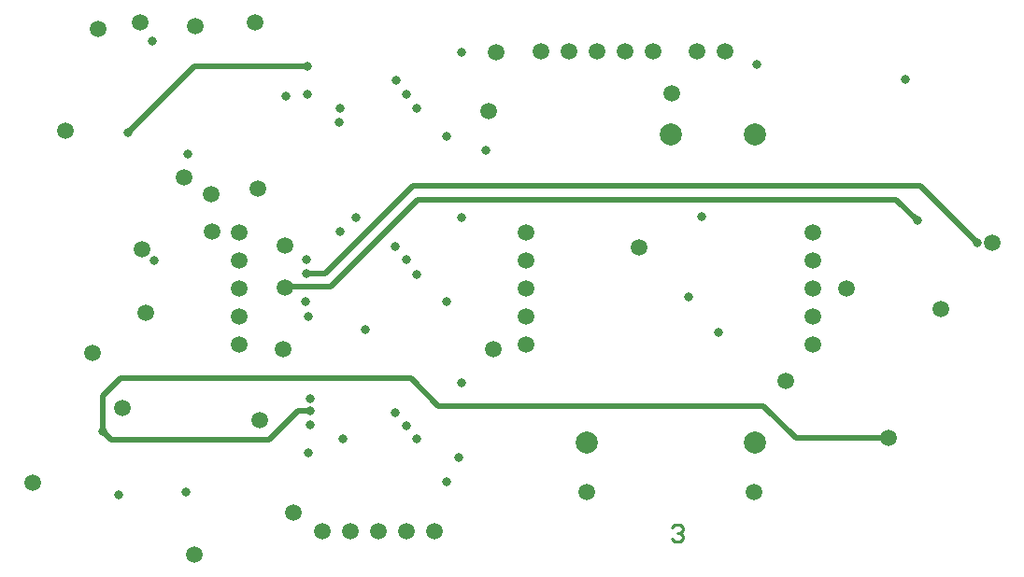
<source format=gbr>
%TF.GenerationSoftware,Altium Limited,Altium Designer,21.6.4 (81)*%
G04 Layer_Physical_Order=3*
G04 Layer_Color=16440176*
%FSLAX43Y43*%
%MOMM*%
%TF.SameCoordinates,C39744A4-4465-455E-AB15-BAA165A4C254*%
%TF.FilePolarity,Positive*%
%TF.FileFunction,Copper,L3,Inr,Signal*%
%TF.Part,Single*%
G01*
G75*
%TA.AperFunction,Conductor*%
%ADD23C,0.500*%
%TA.AperFunction,NonConductor*%
%ADD26C,0.254*%
%TA.AperFunction,ComponentPad*%
%ADD27C,1.500*%
%ADD28C,2.000*%
%TA.AperFunction,ViaPad*%
%ADD29C,0.800*%
D23*
X38202Y34798D02*
X84221D01*
X89362Y29657D01*
X70002Y14884D02*
X72949Y11938D01*
X40513Y14884D02*
X70002D01*
X72949Y11938D02*
X81331D01*
X26604Y25595D02*
X26663Y25654D01*
X30734D01*
X38659Y33579D01*
X10871Y11786D02*
X25197D01*
X27813Y14402D02*
X28869D01*
X25197Y11786D02*
X27813Y14402D01*
X10109Y12548D02*
X10871Y11786D01*
X10109Y12548D02*
Y15758D01*
X11699Y17348D02*
X38049D01*
X10109Y15758D02*
X11699Y17348D01*
X38049D02*
X40513Y14884D01*
X82003Y33579D02*
X83915Y31666D01*
X30251Y26848D02*
X38202Y34798D01*
X28550Y26848D02*
X30251D01*
X38659Y33579D02*
X82003D01*
X12423Y39688D02*
X18375Y45640D01*
X28653D01*
D26*
X61708Y3795D02*
X61962Y4049D01*
X62470D01*
X62724Y3795D01*
Y3541D01*
X62470Y3287D01*
X62216D01*
X62470D01*
X62724Y3033D01*
Y2779D01*
X62470Y2525D01*
X61962D01*
X61708Y2779D01*
D27*
X13665Y29108D02*
D03*
X17457Y35595D02*
D03*
X20045Y30714D02*
D03*
X86065Y23618D02*
D03*
X77470Y25552D02*
D03*
X9149Y19666D02*
D03*
X13986Y23343D02*
D03*
X54010Y7090D02*
D03*
X61657Y43231D02*
D03*
X13503Y49608D02*
D03*
X6756Y39822D02*
D03*
X9703Y49078D02*
D03*
X18466Y49327D02*
D03*
X24130Y34544D02*
D03*
X19916Y34064D02*
D03*
X90678Y29632D02*
D03*
X71984Y17094D02*
D03*
X22500Y25500D02*
D03*
Y30580D02*
D03*
Y28040D02*
D03*
Y22960D02*
D03*
Y20420D02*
D03*
X58741Y29253D02*
D03*
X26604Y25595D02*
D03*
X26441Y19990D02*
D03*
X45466D02*
D03*
X26619Y29405D02*
D03*
X23890Y49682D02*
D03*
X69164Y7071D02*
D03*
X3759Y7926D02*
D03*
X24302Y13558D02*
D03*
X18440Y1346D02*
D03*
X11862Y14667D02*
D03*
X27349Y5162D02*
D03*
X81331Y11968D02*
D03*
X45085Y41592D02*
D03*
X45796Y46952D02*
D03*
X60000Y47000D02*
D03*
X57460D02*
D03*
X54920D02*
D03*
X52380D02*
D03*
X49840D02*
D03*
X66540D02*
D03*
X64000D02*
D03*
X40160Y3500D02*
D03*
X37620D02*
D03*
X35080D02*
D03*
X32540D02*
D03*
X30000D02*
D03*
X74500Y30580D02*
D03*
Y28040D02*
D03*
Y25500D02*
D03*
Y22960D02*
D03*
Y20420D02*
D03*
X48500Y20420D02*
D03*
Y22960D02*
D03*
Y25500D02*
D03*
Y28040D02*
D03*
Y30580D02*
D03*
D28*
X69210Y11500D02*
D03*
X54010D02*
D03*
X69210Y39500D02*
D03*
X61610D02*
D03*
D29*
X89362Y29657D02*
D03*
X17780Y37744D02*
D03*
X17678Y7036D02*
D03*
X69367Y45859D02*
D03*
X82880Y44450D02*
D03*
X28869Y13132D02*
D03*
Y14402D02*
D03*
X31852Y11887D02*
D03*
X83915Y31666D02*
D03*
X41237Y7955D02*
D03*
X41250Y39345D02*
D03*
X41257Y24359D02*
D03*
X42360Y10146D02*
D03*
X10109Y12548D02*
D03*
X28550Y26848D02*
D03*
X28778Y10592D02*
D03*
X11582Y6807D02*
D03*
X28550Y28135D02*
D03*
X33020Y31945D02*
D03*
X65938Y21514D02*
D03*
X31648Y30675D02*
D03*
X63195Y24740D02*
D03*
X26746Y42951D02*
D03*
X12423Y39688D02*
D03*
X14567Y47955D02*
D03*
X31648Y41885D02*
D03*
X31547Y40595D02*
D03*
X44856Y38049D02*
D03*
X64390Y32073D02*
D03*
X28869Y15563D02*
D03*
X28653Y45640D02*
D03*
X33934Y21785D02*
D03*
X28442Y24325D02*
D03*
X28697Y23012D02*
D03*
X36673Y44378D02*
D03*
X36646Y29337D02*
D03*
X36627Y14275D02*
D03*
X37620Y43135D02*
D03*
Y28169D02*
D03*
Y13106D02*
D03*
X38583Y41885D02*
D03*
X38594Y26822D02*
D03*
X38583Y11887D02*
D03*
X28626Y43091D02*
D03*
X14783Y28042D02*
D03*
X42636Y16945D02*
D03*
X42621Y31905D02*
D03*
X42621Y46903D02*
D03*
%TF.MD5,f40cc02f29592bac24b2d9188f95eb55*%
M02*

</source>
